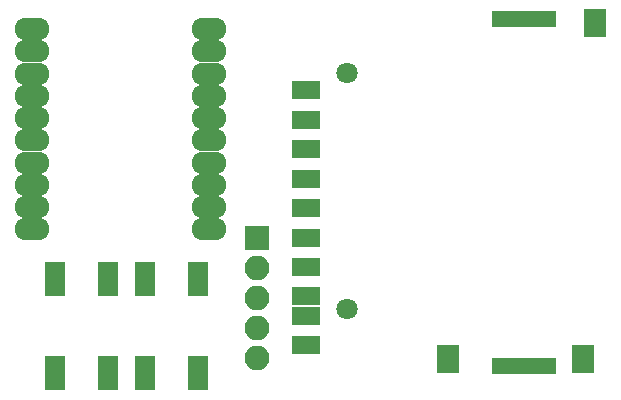
<source format=gbr>
G04 #@! TF.FileFunction,Soldermask,Top*
%FSLAX46Y46*%
G04 Gerber Fmt 4.6, Leading zero omitted, Abs format (unit mm)*
G04 Created by KiCad (PCBNEW 4.0.4-stable) date 04/15/18 13:16:19*
%MOMM*%
%LPD*%
G01*
G04 APERTURE LIST*
%ADD10C,0.100000*%
%ADD11R,2.100000X2.100000*%
%ADD12O,2.100000X2.100000*%
%ADD13O,2.940000X1.924000*%
%ADD14R,1.670000X2.940000*%
%ADD15R,5.400000X1.400000*%
%ADD16R,1.900000X2.400000*%
%ADD17C,1.800000*%
%ADD18R,2.400000X1.500000*%
G04 APERTURE END LIST*
D10*
D11*
X151130000Y-109220000D03*
D12*
X151130000Y-111760000D03*
X151130000Y-114300000D03*
X151130000Y-116840000D03*
X151130000Y-119380000D03*
D13*
X132080000Y-99060000D03*
X132080000Y-97180000D03*
X132080000Y-100940000D03*
X132080000Y-102820000D03*
X132080000Y-104700000D03*
X132080000Y-106580000D03*
X132080000Y-108460000D03*
X132080000Y-95300000D03*
X132080000Y-93420000D03*
X132080000Y-91540000D03*
X147080000Y-108460000D03*
X147080000Y-106580000D03*
X147080000Y-104700000D03*
X147080000Y-102820000D03*
X147080000Y-100940000D03*
X147080000Y-99060000D03*
X147080000Y-97180000D03*
X147080000Y-95300000D03*
X147080000Y-93420000D03*
X147080000Y-91540000D03*
D14*
X134040000Y-120650000D03*
X134040000Y-112650000D03*
X138540000Y-112650000D03*
X138540000Y-120650000D03*
X141660000Y-120650000D03*
X141660000Y-112650000D03*
X146160000Y-112650000D03*
X146160000Y-120650000D03*
D15*
X173750000Y-120045000D03*
D16*
X179750000Y-91045000D03*
X178750000Y-119445000D03*
X167250000Y-119445000D03*
D17*
X158750000Y-115245000D03*
D18*
X155250000Y-118295000D03*
X155250000Y-115795000D03*
X155250000Y-114095000D03*
X155250000Y-111695000D03*
X155250000Y-109195000D03*
X155250000Y-106695000D03*
X155250000Y-104195000D03*
X155250000Y-101695000D03*
X155250000Y-99195000D03*
X155250000Y-96695000D03*
D17*
X158750000Y-95245000D03*
D15*
X173750000Y-90645000D03*
M02*

</source>
